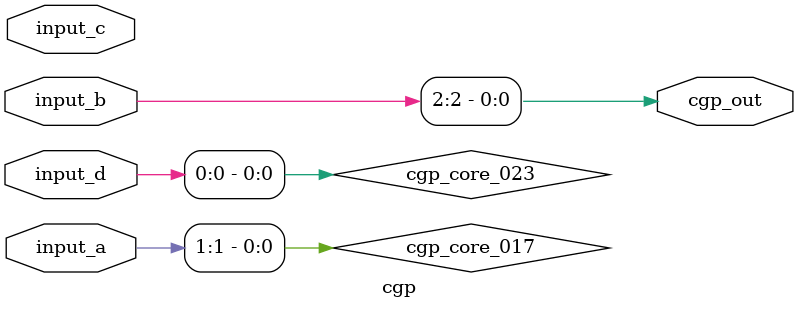
<source format=v>
module cgp(input [2:0] input_a, input [2:0] input_b, input [2:0] input_c, input [2:0] input_d, output [0:0] cgp_out);
  wire cgp_core_015_not;
  wire cgp_core_016;
  wire cgp_core_017;
  wire cgp_core_018;
  wire cgp_core_020;
  wire cgp_core_023;
  wire cgp_core_024;
  wire cgp_core_025;
  wire cgp_core_026;
  wire cgp_core_029;
  wire cgp_core_030;
  wire cgp_core_031;
  wire cgp_core_032;
  wire cgp_core_033;
  wire cgp_core_034;
  wire cgp_core_036;
  wire cgp_core_037;
  wire cgp_core_039;
  wire cgp_core_040;
  wire cgp_core_041;
  wire cgp_core_042;
  wire cgp_core_044;
  wire cgp_core_046;
  wire cgp_core_047;
  wire cgp_core_052;
  wire cgp_core_054;
  wire cgp_core_055;
  wire cgp_core_057;

  assign cgp_core_015_not = ~input_c[0];
  assign cgp_core_016 = ~(input_d[1] & input_d[1]);
  assign cgp_core_017 = input_a[1] & input_a[1];
  assign cgp_core_018 = ~(input_c[2] & cgp_core_015_not);
  assign cgp_core_020 = input_b[2] ^ input_c[2];
  assign cgp_core_023 = input_d[0] & input_d[0];
  assign cgp_core_024 = ~input_d[1];
  assign cgp_core_025 = ~(input_b[1] ^ input_c[2]);
  assign cgp_core_026 = input_c[1] ^ input_d[0];
  assign cgp_core_029 = input_a[0] & input_b[2];
  assign cgp_core_030 = input_d[0] ^ input_c[0];
  assign cgp_core_031 = ~input_b[1];
  assign cgp_core_032 = ~(input_b[2] & input_a[1]);
  assign cgp_core_033 = input_c[2] ^ input_d[2];
  assign cgp_core_034 = input_a[1] ^ input_a[0];
  assign cgp_core_036 = ~(input_b[0] & input_d[2]);
  assign cgp_core_037 = ~(input_d[2] ^ input_a[1]);
  assign cgp_core_039 = input_b[2] & input_a[1];
  assign cgp_core_040 = input_b[2] ^ input_d[0];
  assign cgp_core_041 = ~input_b[1];
  assign cgp_core_042 = ~(input_c[2] & input_c[0]);
  assign cgp_core_044 = ~(input_b[2] ^ input_b[2]);
  assign cgp_core_046 = input_b[1] ^ cgp_core_030;
  assign cgp_core_047 = ~input_a[1];
  assign cgp_core_052 = input_b[1] | input_c[1];
  assign cgp_core_054 = ~(input_b[1] | input_d[0]);
  assign cgp_core_055 = input_d[1] | input_d[2];
  assign cgp_core_057 = ~(cgp_core_039 & input_d[2]);

  assign cgp_out[0] = input_b[2];
endmodule
</source>
